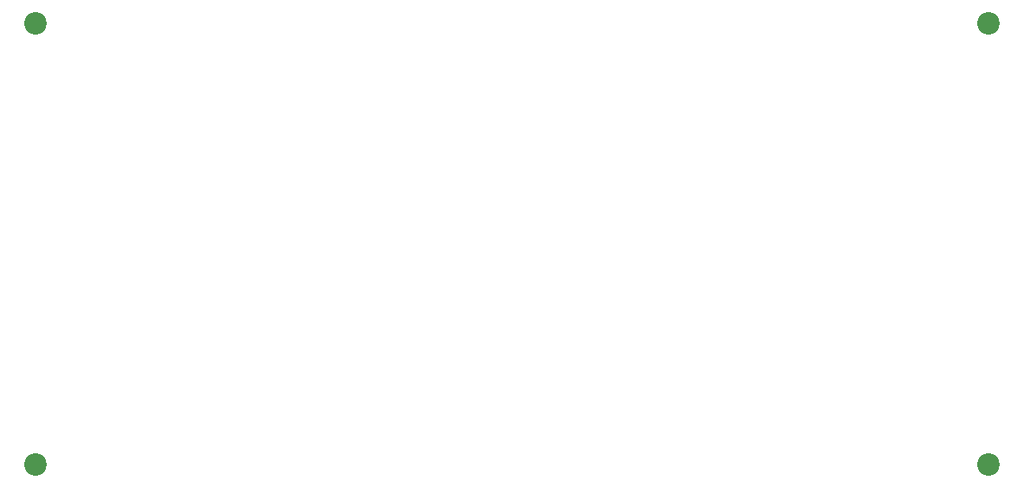
<source format=gbr>
%TF.GenerationSoftware,KiCad,Pcbnew,9.0.0*%
%TF.CreationDate,2025-03-09T14:02:55-07:00*%
%TF.ProjectId,tag,7461672e-6b69-4636-9164-5f7063625858,v0.1*%
%TF.SameCoordinates,Original*%
%TF.FileFunction,NonPlated,1,2,NPTH,Drill*%
%TF.FilePolarity,Positive*%
%FSLAX46Y46*%
G04 Gerber Fmt 4.6, Leading zero omitted, Abs format (unit mm)*
G04 Created by KiCad (PCBNEW 9.0.0) date 2025-03-09 14:02:55*
%MOMM*%
%LPD*%
G01*
G04 APERTURE LIST*
%TA.AperFunction,ComponentDrill*%
%ADD10C,2.200000*%
%TD*%
G04 APERTURE END LIST*
D10*
%TO.C,REF\u002A\u002A*%
X17565000Y-17780000D03*
X17565000Y-60960000D03*
X110705000Y-17780000D03*
X110705000Y-60960000D03*
M02*

</source>
